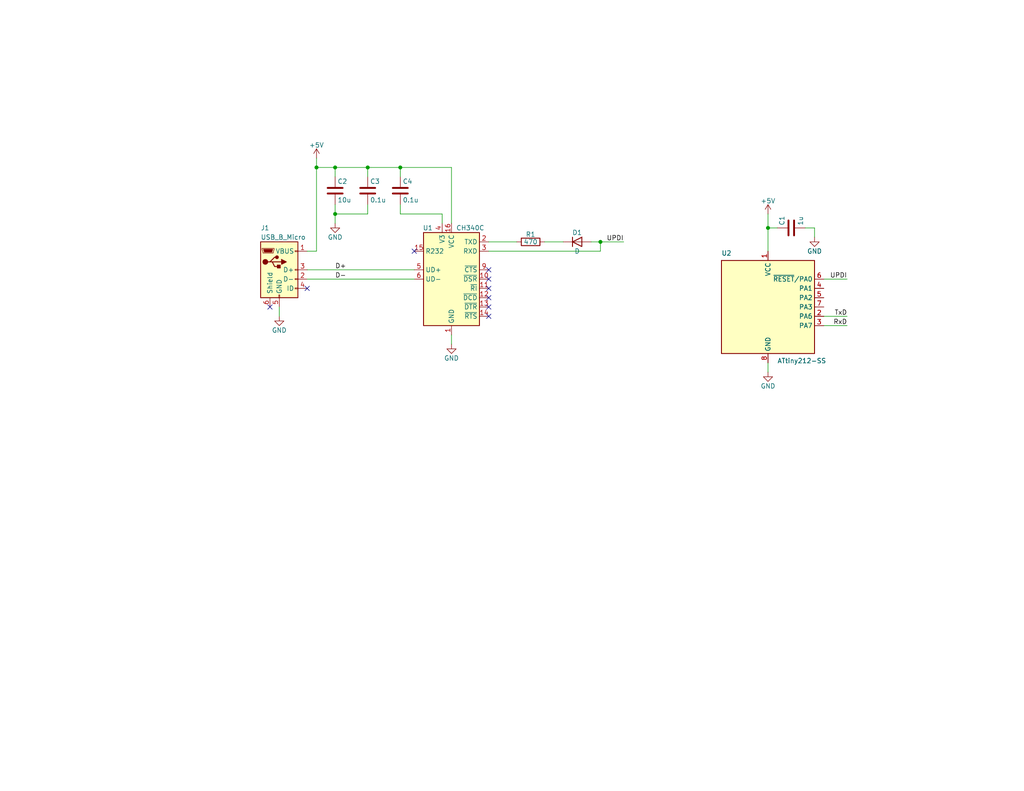
<source format=kicad_sch>
(kicad_sch (version 20230121) (generator eeschema)
  (paper "A")
  (title_block (title "ATTiny212 Development Board") (company "erry Leumas"))
  (lib_symbols
    (symbol "Connector:USB_B_Micro" (pin_names (offset 1.016))
      (property "Reference" "J" (at -5.08 11.43 0))
      (property "Value" "USB_B_Micro" (at -5.08 8.89 0))
      (symbol "USB_B_Micro_0_1"
        (rectangle (start -5.08 -7.62) (end 5.08 7.62) (stroke (width 0.254)) (fill (type background)))
        (circle (center -3.81 2.159) (radius 0.635) (stroke (width 0.254)) (fill (type outline)))
        (circle (center -0.635 3.429) (radius 0.381) (stroke (width 0.254)) (fill (type outline)))
        (rectangle (start -0.127 -7.62) (end 0.127 -6.858))
        (polyline (pts (xy -1.905 2.159) (xy 0.635 2.159)) (stroke (width 0.254)))
        (polyline (pts (xy -3.175 2.159) (xy -2.54 2.159) (xy -1.27 3.429) (xy -0.635 3.429)) (stroke (width 0.254)))
        (polyline (pts (xy -2.54 2.159) (xy -1.905 2.159) (xy -1.27 0.889) (xy 0 0.889)) (stroke (width 0.254)))
        (polyline (pts (xy 0.635 2.794) (xy 0.635 1.524) (xy 1.905 2.159) (xy 0.635 2.794)) (stroke (width 0.254)) (fill (type outline)))
        (polyline (pts (xy -4.318 5.588) (xy -1.778 5.588) (xy -2.032 4.826) (xy -4.064 4.826) (xy -4.318 5.588)) (fill (type outline)))
        (polyline (pts (xy -4.699 5.842) (xy -4.699 5.588) (xy -4.445 4.826) (xy -4.445 4.572) (xy -1.651 4.572) (xy -1.651 4.826) (xy -1.397 5.588) (xy -1.397 5.842) (xy -4.699 5.842)))
        (rectangle (start 0.254 1.27) (end -0.508 0.508) (stroke (width 0.254)) (fill (type outline)))
        (rectangle (start 5.08 -5.207) (end 4.318 -4.953))
        (rectangle (start 5.08 -2.667) (end 4.318 -2.413))
        (rectangle (start 5.08 -0.127) (end 4.318 0.127))
        (rectangle (start 5.08 4.953) (end 4.318 5.207))
      )
      (symbol "USB_B_Micro_1_1"
        (pin power_out line (at 7.62 5.08 180) (length 2.54) (name "VBUS") (number "1"))
        (pin bidirectional line (at 7.62 -2.54 180) (length 2.54) (name "D-") (number "2"))
        (pin bidirectional line (at 7.62 0 180) (length 2.54) (name "D+") (number "3"))
        (pin passive line (at 7.62 -5.08 180) (length 2.54) (name "ID") (number "4"))
        (pin power_out line (at 0 -10.16 90) (length 2.54) (name "GND") (number "5"))
        (pin passive line (at -2.54 -10.16 90) (length 2.54) (name "Shield") (number "6"))
      )
    )
    (symbol "Device:C" (pin_numbers hide) (pin_names (offset 0.254))
      (property "Reference" "C" (at 0.635 2.54 0))
      (property "Value" "C" (at 0.635 -2.54 0))
      (symbol "C_0_1"
        (polyline (pts (xy -2.032 -0.762) (xy 2.032 -0.762)) (stroke (width 0.508)))
        (polyline (pts (xy -2.032 0.762) (xy 2.032 0.762)) (stroke (width 0.508)))
      )
      (symbol "C_1_1"
        (pin passive line (at 0 3.81 270) (length 2.794) (name "~") (number "1"))
        (pin passive line (at 0 -3.81 90) (length 2.794) (name "~") (number "2"))
      )
    )
    (symbol "Device:D" (pin_numbers hide) (pin_names (offset 1.016) hide)
      (property "Reference" "D" (at 0 2.54 0))
      (property "Value" "D" (at 0 -2.54 0))
      (symbol "D_0_1"
        (polyline (pts (xy -1.27 1.27) (xy -1.27 -1.27)) (stroke (width 0.254)))
        (polyline (pts (xy 1.27 0) (xy -1.27 0)))
        (polyline (pts (xy 1.27 1.27) (xy 1.27 -1.27) (xy -1.27 0) (xy 1.27 1.27)) (stroke (width 0.254)))
      )
      (symbol "D_1_1"
        (pin passive line (at -3.81 0 0) (length 2.54) (name "K") (number "1"))
        (pin passive line (at 3.81 0 180) (length 2.54) (name "A") (number "2"))
      )
    )
    (symbol "Device:R" (pin_numbers hide) (pin_names (offset 0))
      (property "Reference" "R" (at 2.032 0 90))
      (property "Value" "R" (at 0 0 90))
      (symbol "R_0_1"
        (rectangle (start -1.016 -2.54) (end 1.016 2.54) (stroke (width 0.254)))
      )
      (symbol "R_1_1"
        (pin passive line (at 0 3.81 270) (length 1.27) (name "~") (number "1"))
        (pin passive line (at 0 -3.81 90) (length 1.27) (name "~") (number "2"))
      )
    )
    (symbol "Interface_USB:CH340C"
      (property "Reference" "U" (at -5.08 13.97 0))
      (property "Value" "CH340C" (at 1.27 13.97 0))
      (symbol "CH340C_0_1"
        (rectangle (start -7.62 12.7) (end 7.62 -12.7) (stroke (width 0.254)) (fill (type background)))
      )
      (symbol "CH340C_1_1"
        (pin power_in line (at 0 -15.24 90) (length 2.54) (name "GND") (number "1"))
        (pin input line (at 10.16 0 180) (length 2.54) (name "~{DSR}") (number "10"))
        (pin input line (at 10.16 -2.54 180) (length 2.54) (name "~{RI}") (number "11"))
        (pin input line (at 10.16 -5.08 180) (length 2.54) (name "~{DCD}") (number "12"))
        (pin output line (at 10.16 -7.62 180) (length 2.54) (name "~{DTR}") (number "13"))
        (pin output line (at 10.16 -10.16 180) (length 2.54) (name "~{RTS}") (number "14"))
        (pin input line (at -10.16 7.62 0) (length 2.54) (name "R232") (number "15"))
        (pin power_in line (at 0 15.24 270) (length 2.54) (name "VCC") (number "16"))
        (pin output line (at 10.16 10.16 180) (length 2.54) (name "TXD") (number "2"))
        (pin input line (at 10.16 7.62 180) (length 2.54) (name "RXD") (number "3"))
        (pin passive line (at -2.54 15.24 270) (length 2.54) (name "V3") (number "4"))
        (pin bidirectional line (at -10.16 2.54 0) (length 2.54) (name "UD+") (number "5"))
        (pin bidirectional line (at -10.16 0 0) (length 2.54) (name "UD-") (number "6"))
        (pin no_connect line (at -7.62 -7.62 0) (length 2.54) hide (name "NC") (number "7"))
        (pin no_connect line (at -7.62 -10.16 0) (length 2.54) hide (name "NC") (number "8"))
        (pin input line (at 10.16 2.54 180) (length 2.54) (name "~{CTS}") (number "9"))
      )
    )
    (symbol "MCU_Microchip_ATtiny:ATtiny212-SS"
      (property "Reference" "U" (at -12.7 13.97 0))
      (property "Value" "ATtiny212-SS" (at 2.54 -13.97 0))
      (symbol "ATtiny212-SS_0_1"
        (rectangle (start -12.7 -12.7) (end 12.7 12.7) (stroke (width 0.254)) (fill (type background)))
      )
      (symbol "ATtiny212-SS_1_1"
        (pin power_in line (at 0 15.24 270) (length 2.54) (name "VCC") (number "1"))
        (pin bidirectional line (at 15.24 -2.54 180) (length 2.54) (name "PA6") (number "2"))
        (pin bidirectional line (at 15.24 -5.08 180) (length 2.54) (name "PA7") (number "3"))
        (pin bidirectional line (at 15.24 5.08 180) (length 2.54) (name "PA1") (number "4"))
        (pin bidirectional line (at 15.24 2.54 180) (length 2.54) (name "PA2") (number "5"))
        (pin bidirectional line (at 15.24 7.62 180) (length 2.54) (name "~{RESET}/PA0") (number "6"))
        (pin bidirectional line (at 15.24 0 180) (length 2.54) (name "PA3") (number "7"))
        (pin power_in line (at 0 -15.24 90) (length 2.54) (name "GND") (number "8"))
      )
    )
    (symbol "power:+5V" (power) (pin_names (offset 0))
      (property "Value" "+5V" (at 0 3.556 0))
      (symbol "+5V_0_1"
        (polyline (pts (xy -0.762 1.27) (xy 0 2.54)))
        (polyline (pts (xy 0 0) (xy 0 2.54)))
        (polyline (pts (xy 0 2.54) (xy 0.762 1.27)))
      )
      (symbol "+5V_1_1"
        (pin power_in line (at 0 0 90) (length 0) hide (name "+5V") (number "1"))
      )
    )
    (symbol "power:GND" (power) (pin_names (offset 0))
      (property "Value" "GND" (at 0 -3.81 0))
      (symbol "GND_0_1"
        (polyline (pts (xy 0 0) (xy 0 -1.27) (xy 1.27 -1.27) (xy 0 -2.54) (xy -1.27 -1.27) (xy 0 -1.27)))
      )
      (symbol "GND_1_1"
        (pin power_in line (at 0 0 270) (length 0) hide (name "GND") (number "1"))
      )
    )
  )
  (junction (at 100.33 45.72))
  (junction (at 163.83 66.04))
  (junction (at 91.44 58.42))
  (junction (at 91.44 45.72))
  (junction (at 109.22 45.72))
  (junction (at 209.55 62.23))
  (junction (at 86.36 45.72))
  (no_connect (at 133.35 78.74))
  (no_connect (at 113.03 68.58))
  (no_connect (at 83.82 78.74))
  (no_connect (at 133.35 83.82))
  (no_connect (at 73.66 83.82))
  (no_connect (at 133.35 76.2))
  (no_connect (at 133.35 73.66))
  (no_connect (at 133.35 86.36))
  (no_connect (at 133.35 81.28))
  (wire (pts (xy 123.19 45.72) (xy 123.19 60.96)))
  (wire (pts (xy 83.82 73.66) (xy 113.03 73.66)))
  (wire (pts (xy 86.36 43.18) (xy 86.36 45.72)))
  (wire (pts (xy 120.65 58.42) (xy 120.65 60.96)))
  (wire (pts (xy 133.35 66.04) (xy 140.97 66.04)))
  (wire (pts (xy 109.22 55.88) (xy 109.22 58.42)))
  (wire (pts (xy 100.33 45.72) (xy 91.44 45.72)))
  (wire (pts (xy 222.25 62.23) (xy 222.25 64.77)))
  (wire (pts (xy 100.33 55.88) (xy 100.33 58.42)))
  (wire (pts (xy 83.82 76.2) (xy 113.03 76.2)))
  (wire (pts (xy 91.44 58.42) (xy 91.44 60.96)))
  (wire (pts (xy 76.2 83.82) (xy 76.2 86.36)))
  (wire (pts (xy 100.33 58.42) (xy 91.44 58.42)))
  (wire (pts (xy 209.55 99.06) (xy 209.55 101.6)))
  (wire (pts (xy 123.19 45.72) (xy 109.22 45.72)))
  (wire (pts (xy 86.36 68.58) (xy 86.36 45.72)))
  (wire (pts (xy 83.82 68.58) (xy 86.36 68.58)))
  (wire (pts (xy 231.14 76.2) (xy 224.79 76.2)))
  (wire (pts (xy 163.83 66.04) (xy 161.29 66.04)))
  (wire (pts (xy 209.55 62.23) (xy 212.09 62.23)))
  (wire (pts (xy 123.19 91.44) (xy 123.19 93.98)))
  (wire (pts (xy 91.44 45.72) (xy 91.44 48.26)))
  (wire (pts (xy 163.83 66.04) (xy 170.18 66.04)))
  (wire (pts (xy 148.59 66.04) (xy 153.67 66.04)))
  (wire (pts (xy 209.55 58.42) (xy 209.55 62.23)))
  (wire (pts (xy 224.79 86.36) (xy 231.14 86.36)))
  (wire (pts (xy 209.55 62.23) (xy 209.55 68.58)))
  (wire (pts (xy 109.22 45.72) (xy 100.33 45.72)))
  (wire (pts (xy 163.83 68.58) (xy 163.83 66.04)))
  (wire (pts (xy 224.79 88.9) (xy 231.14 88.9)))
  (wire (pts (xy 109.22 45.72) (xy 109.22 48.26)))
  (wire (pts (xy 91.44 58.42) (xy 91.44 55.88)))
  (wire (pts (xy 219.71 62.23) (xy 222.25 62.23)))
  (wire (pts (xy 133.35 68.58) (xy 163.83 68.58)))
  (wire (pts (xy 86.36 45.72) (xy 91.44 45.72)))
  (wire (pts (xy 109.22 58.42) (xy 120.65 58.42)))
  (wire (pts (xy 100.33 45.72) (xy 100.33 48.26)))
  (label "TxD" (at 231.14 86.36 180))
  (label "UPDI" (at 231.14 76.2 180))
  (label "UPDI" (at 170.18 66.04 180))
  (label "RxD" (at 231.14 88.9 180))
  (label "D-" (at 91.44 76.2 0))
  (label "D+" (at 91.44 73.66 0))
  (symbol (lib_id "power:GND") (at 123.19 93.98 0) (unit 1)
    (property "Reference" "#PWR04" (effects hide))
    (property "Value" "GND" (at 123.19 97.79 0))
  )
  (symbol (lib_id "Device:C") (at 100.33 52.07 0) (unit 1)
    (property "Reference" "C3" (at 100.965 49.53 0) (effects (justify left)))
    (property "Value" "0.1u" (at 100.965 54.61 0) (effects (justify left)))
  )
  (symbol (lib_id "power:+5V") (at 86.36 43.18 0) (unit 1)
    (property "Reference" "#PWR07" (effects hide))
    (property "Value" "+5V" (at 86.36 39.624 0))
  )
  (symbol (lib_id "power:GND") (at 76.2 86.36 0) (unit 1)
    (property "Reference" "#PWR05" (effects hide))
    (property "Value" "GND" (at 76.2 90.17 0))
  )
  (symbol (lib_id "Device:R") (at 144.78 66.04 90) (unit 1)
    (property "Reference" "R1" (at 144.78 64.008 90))
    (property "Value" "470" (at 144.78 66.04 90))
  )
  (symbol (lib_id "power:GND") (at 91.44 60.96 0) (unit 1)
    (property "Reference" "#PWR06" (effects hide))
    (property "Value" "GND" (at 91.44 64.77 0))
  )
  (symbol (lib_id "power:GND") (at 222.25 64.77 0) (unit 1)
    (property "Reference" "#PWR03" (effects hide))
    (property "Value" "GND" (at 222.25 68.58 0))
  )
  (symbol (lib_id "Device:C") (at 91.44 52.07 0) (unit 1)
    (property "Reference" "C2" (at 92.075 49.53 0) (effects (justify left)))
    (property "Value" "10u" (at 92.075 54.61 0) (effects (justify left)))
  )
  (symbol (lib_id "Device:D") (at 157.48 66.04 0) (unit 1)
    (property "Reference" "D1" (at 157.48 63.5 0))
    (property "Value" "D" (at 157.48 68.58 0))
    (property "Sim.Device" "D" (effects hide))
    (property "Sim.Pins" "1=K 2=A" (effects hide))
  )
  (symbol (lib_id "Device:C") (at 109.22 52.07 0) (unit 1)
    (property "Reference" "C4" (at 109.855 49.53 0) (effects (justify left)))
    (property "Value" "0.1u" (at 109.855 54.61 0) (effects (justify left)))
  )
  (symbol (lib_id "power:GND") (at 209.55 101.6 0) (unit 1)
    (property "Reference" "#PWR01" (effects hide))
    (property "Value" "GND" (at 209.55 105.41 0))
  )
  (symbol (lib_id "MCU_Microchip_ATtiny:ATtiny212-SS") (at 209.55 83.82 0) (unit 1)
    (property "Reference" "U2" (at 196.85 69.85 0) (effects (justify left bottom)))
    (property "Value" "ATtiny212-SS" (at 212.09 97.79 0) (effects (justify left top)))
    (property "Footprint" "Package_SO:SOIC-8_3.9x4.9mm_P1.27mm" (effects hide))
    (property "Datasheet" "http://ww1.microchip.com/downloads/en/DeviceDoc/40001911A.pdf" (effects hide))
  )
  (symbol (lib_id "Device:C") (at 215.9 62.23 90) (unit 1)
    (property "Reference" "C1" (at 213.36 61.595 0) (effects (justify left)))
    (property "Value" "1u" (at 218.44 61.595 0) (effects (justify left)))
  )
  (symbol (lib_id "Connector:USB_B_Micro") (at 76.2 73.66 0) (unit 1)
    (property "Reference" "J1" (at 71.12 62.23 0) (effects (justify left)))
    (property "Value" "USB_B_Micro" (at 71.12 64.77 0) (effects (justify left)))
  )
  (symbol (lib_id "Interface_USB:CH340C") (at 123.19 76.2 0) (unit 1)
    (property "Reference" "U1" (at 118.11 62.23 0) (effects (justify right)))
    (property "Value" "CH340C" (at 124.46 62.23 0) (effects (justify left)))
    (property "Footprint" "Package_SO:SOIC-16_3.9x9.9mm_P1.27mm" (effects hide))
    (property "Datasheet" "https://datasheet.lcsc.com/szlcsc/Jiangsu-Qin-Heng-CH340C_C84681.pdf" (effects hide))
  )
  (symbol (lib_id "power:+5V") (at 209.55 58.42 0) (unit 1)
    (property "Reference" "#PWR02" (effects hide))
    (property "Value" "+5V" (at 209.55 54.864 0))
  )
)
</source>
